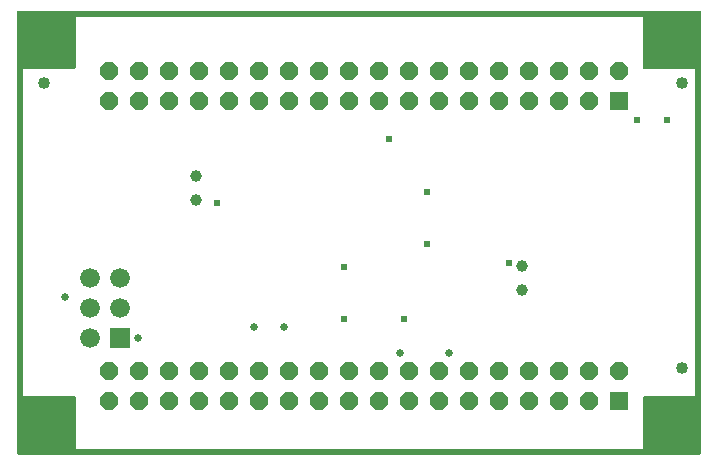
<source format=gbr>
G04 EAGLE Gerber RS-274X export*
G75*
%MOMM*%
%FSLAX34Y34*%
%LPD*%
%INBottom Copper*%
%IPPOS*%
%AMOC8*
5,1,8,0,0,1.08239X$1,22.5*%
G01*
%ADD10C,1.016000*%
%ADD11C,1.004800*%
%ADD12C,0.990600*%
%ADD13C,4.445000*%
%ADD14R,1.524000X1.524000*%
%ADD15P,1.649562X8X202.500000*%
%ADD16R,1.676400X1.676400*%
%ADD17C,1.676400*%
%ADD18C,0.609600*%
%ADD19C,0.654800*%

G36*
X-129756Y402708D02*
X-129756Y402708D01*
X-129763Y402827D01*
X-129776Y402865D01*
X-129781Y402906D01*
X-129824Y403016D01*
X-129861Y403129D01*
X-129883Y403164D01*
X-129898Y403201D01*
X-129967Y403297D01*
X-130031Y403398D01*
X-130061Y403426D01*
X-130084Y403459D01*
X-130176Y403535D01*
X-130263Y403616D01*
X-130298Y403636D01*
X-130329Y403661D01*
X-130437Y403712D01*
X-130541Y403770D01*
X-130581Y403780D01*
X-130617Y403797D01*
X-130734Y403819D01*
X-130849Y403849D01*
X-130909Y403853D01*
X-130929Y403857D01*
X-130950Y403855D01*
X-131010Y403859D01*
X-707390Y403859D01*
X-707508Y403844D01*
X-707627Y403837D01*
X-707665Y403824D01*
X-707706Y403819D01*
X-707816Y403776D01*
X-707929Y403739D01*
X-707964Y403717D01*
X-708001Y403702D01*
X-708097Y403633D01*
X-708198Y403569D01*
X-708226Y403539D01*
X-708259Y403516D01*
X-708335Y403424D01*
X-708416Y403337D01*
X-708436Y403302D01*
X-708461Y403271D01*
X-708512Y403163D01*
X-708570Y403059D01*
X-708580Y403019D01*
X-708597Y402983D01*
X-708619Y402866D01*
X-708649Y402751D01*
X-708653Y402691D01*
X-708657Y402671D01*
X-708655Y402650D01*
X-708659Y402590D01*
X-708659Y29210D01*
X-708644Y29092D01*
X-708637Y28973D01*
X-708624Y28935D01*
X-708619Y28894D01*
X-708576Y28784D01*
X-708539Y28671D01*
X-708517Y28636D01*
X-708502Y28599D01*
X-708433Y28503D01*
X-708369Y28402D01*
X-708339Y28374D01*
X-708316Y28341D01*
X-708224Y28265D01*
X-708137Y28184D01*
X-708102Y28164D01*
X-708071Y28139D01*
X-707963Y28088D01*
X-707859Y28030D01*
X-707819Y28020D01*
X-707783Y28003D01*
X-707666Y27981D01*
X-707551Y27951D01*
X-707491Y27947D01*
X-707471Y27943D01*
X-707450Y27945D01*
X-707390Y27941D01*
X-131010Y27941D01*
X-130892Y27956D01*
X-130773Y27963D01*
X-130735Y27976D01*
X-130694Y27981D01*
X-130584Y28024D01*
X-130471Y28061D01*
X-130436Y28083D01*
X-130399Y28098D01*
X-130303Y28167D01*
X-130202Y28231D01*
X-130174Y28261D01*
X-130141Y28284D01*
X-130065Y28376D01*
X-129984Y28463D01*
X-129964Y28498D01*
X-129939Y28529D01*
X-129888Y28637D01*
X-129830Y28741D01*
X-129820Y28781D01*
X-129803Y28817D01*
X-129781Y28934D01*
X-129751Y29049D01*
X-129747Y29109D01*
X-129743Y29129D01*
X-129745Y29150D01*
X-129741Y29210D01*
X-129741Y402590D01*
X-129756Y402708D01*
G37*
%LPC*%
G36*
X-660400Y354331D02*
X-660400Y354331D01*
X-660282Y354346D01*
X-660163Y354353D01*
X-660125Y354366D01*
X-660084Y354371D01*
X-659974Y354414D01*
X-659861Y354451D01*
X-659826Y354473D01*
X-659789Y354488D01*
X-659693Y354558D01*
X-659592Y354621D01*
X-659564Y354651D01*
X-659531Y354674D01*
X-659456Y354766D01*
X-659374Y354853D01*
X-659354Y354888D01*
X-659329Y354919D01*
X-659278Y355027D01*
X-659220Y355131D01*
X-659210Y355171D01*
X-659193Y355207D01*
X-659171Y355324D01*
X-659141Y355439D01*
X-659137Y355500D01*
X-659133Y355520D01*
X-659135Y355540D01*
X-659131Y355600D01*
X-659131Y398781D01*
X-179069Y398781D01*
X-179069Y355600D01*
X-179054Y355482D01*
X-179047Y355363D01*
X-179034Y355325D01*
X-179029Y355284D01*
X-178986Y355174D01*
X-178949Y355061D01*
X-178927Y355026D01*
X-178912Y354989D01*
X-178843Y354893D01*
X-178779Y354792D01*
X-178749Y354764D01*
X-178726Y354731D01*
X-178634Y354656D01*
X-178547Y354574D01*
X-178512Y354554D01*
X-178481Y354529D01*
X-178373Y354478D01*
X-178269Y354420D01*
X-178229Y354410D01*
X-178193Y354393D01*
X-178076Y354371D01*
X-177961Y354341D01*
X-177901Y354337D01*
X-177881Y354333D01*
X-177860Y354335D01*
X-177800Y354331D01*
X-134619Y354331D01*
X-134619Y77469D01*
X-177800Y77469D01*
X-177918Y77454D01*
X-178037Y77447D01*
X-178075Y77434D01*
X-178116Y77429D01*
X-178226Y77386D01*
X-178339Y77349D01*
X-178374Y77327D01*
X-178411Y77312D01*
X-178507Y77243D01*
X-178608Y77179D01*
X-178636Y77149D01*
X-178669Y77126D01*
X-178745Y77034D01*
X-178826Y76947D01*
X-178846Y76912D01*
X-178871Y76881D01*
X-178922Y76773D01*
X-178980Y76669D01*
X-178990Y76629D01*
X-179007Y76593D01*
X-179029Y76476D01*
X-179059Y76361D01*
X-179063Y76301D01*
X-179067Y76281D01*
X-179065Y76260D01*
X-179066Y76259D01*
X-179067Y76253D01*
X-179066Y76246D01*
X-179069Y76200D01*
X-179069Y33019D01*
X-659131Y33019D01*
X-659131Y76200D01*
X-659146Y76318D01*
X-659153Y76437D01*
X-659166Y76475D01*
X-659171Y76516D01*
X-659214Y76626D01*
X-659251Y76739D01*
X-659273Y76774D01*
X-659288Y76811D01*
X-659358Y76907D01*
X-659421Y77008D01*
X-659451Y77036D01*
X-659474Y77069D01*
X-659566Y77145D01*
X-659653Y77226D01*
X-659688Y77246D01*
X-659719Y77271D01*
X-659827Y77322D01*
X-659931Y77380D01*
X-659971Y77390D01*
X-660007Y77407D01*
X-660124Y77429D01*
X-660239Y77459D01*
X-660300Y77463D01*
X-660320Y77467D01*
X-660340Y77465D01*
X-660400Y77469D01*
X-703581Y77469D01*
X-703581Y354331D01*
X-660400Y354331D01*
G37*
%LPD*%
D10*
X-685800Y342900D03*
X-146050Y101600D03*
X-146050Y342900D03*
D11*
X-556900Y244000D03*
D12*
X-556900Y264000D03*
D11*
X-281300Y187800D03*
D12*
X-281300Y167800D03*
D13*
X-152400Y381000D03*
X-685800Y381000D03*
X-152400Y50800D03*
D14*
X-198800Y73400D03*
D15*
X-198800Y98800D03*
X-224200Y73400D03*
X-224200Y98800D03*
X-249600Y73400D03*
X-249600Y98800D03*
X-275000Y73400D03*
X-275000Y98800D03*
X-300400Y73400D03*
X-300400Y98800D03*
X-325800Y73400D03*
X-325800Y98800D03*
X-351200Y73400D03*
X-351200Y98800D03*
X-376600Y73400D03*
X-376600Y98800D03*
X-402000Y73400D03*
X-402000Y98800D03*
X-427400Y73400D03*
X-427400Y98800D03*
X-452800Y73400D03*
X-452800Y98800D03*
X-478200Y73400D03*
X-478200Y98800D03*
X-503600Y73400D03*
X-503600Y98800D03*
X-529000Y73400D03*
X-529000Y98800D03*
X-554400Y73400D03*
X-554400Y98800D03*
X-579800Y73400D03*
X-579800Y98800D03*
X-605200Y73400D03*
X-605200Y98800D03*
X-630600Y73400D03*
X-630600Y98800D03*
D14*
X-198800Y327400D03*
D15*
X-198800Y352800D03*
X-224200Y327400D03*
X-224200Y352800D03*
X-249600Y327400D03*
X-249600Y352800D03*
X-275000Y327400D03*
X-275000Y352800D03*
X-300400Y327400D03*
X-300400Y352800D03*
X-325800Y327400D03*
X-325800Y352800D03*
X-351200Y327400D03*
X-351200Y352800D03*
X-376600Y327400D03*
X-376600Y352800D03*
X-402000Y327400D03*
X-402000Y352800D03*
X-427400Y327400D03*
X-427400Y352800D03*
X-452800Y327400D03*
X-452800Y352800D03*
X-478200Y327400D03*
X-478200Y352800D03*
X-503600Y327400D03*
X-503600Y352800D03*
X-529000Y327400D03*
X-529000Y352800D03*
X-554400Y327400D03*
X-554400Y352800D03*
X-579800Y327400D03*
X-579800Y352800D03*
X-605200Y327400D03*
X-605200Y352800D03*
X-630600Y327400D03*
X-630600Y352800D03*
D16*
X-621157Y126619D03*
D17*
X-646557Y126619D03*
X-621157Y152019D03*
X-646557Y152019D03*
X-621157Y177419D03*
X-646557Y177419D03*
D13*
X-685800Y50800D03*
D18*
X-292100Y190500D03*
X-184150Y311150D03*
X-158750Y311150D03*
X-539750Y241300D03*
X-381000Y142875D03*
X-431800Y142875D03*
X-361950Y250825D03*
X-393700Y295275D03*
D19*
X-384175Y114300D03*
X-668528Y161290D03*
D18*
X-431800Y187325D03*
X-361950Y206375D03*
D19*
X-508000Y136525D03*
X-482600Y136525D03*
X-342900Y114300D03*
X-606425Y127000D03*
M02*

</source>
